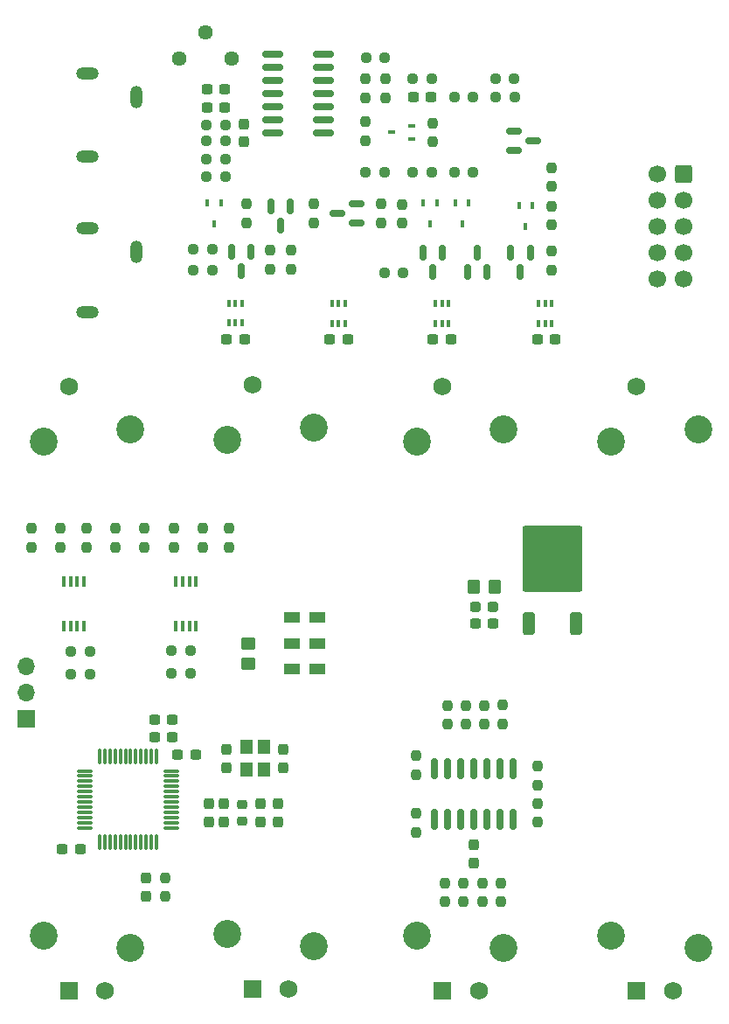
<source format=gbr>
%TF.GenerationSoftware,KiCad,Pcbnew,7.0.9*%
%TF.CreationDate,2024-06-29T17:01:07+12:00*%
%TF.ProjectId,ADSR Envelope,41445352-2045-46e7-9665-6c6f70652e6b,rev?*%
%TF.SameCoordinates,Original*%
%TF.FileFunction,Soldermask,Bot*%
%TF.FilePolarity,Negative*%
%FSLAX46Y46*%
G04 Gerber Fmt 4.6, Leading zero omitted, Abs format (unit mm)*
G04 Created by KiCad (PCBNEW 7.0.9) date 2024-06-29 17:01:07*
%MOMM*%
%LPD*%
G01*
G04 APERTURE LIST*
G04 Aperture macros list*
%AMRoundRect*
0 Rectangle with rounded corners*
0 $1 Rounding radius*
0 $2 $3 $4 $5 $6 $7 $8 $9 X,Y pos of 4 corners*
0 Add a 4 corners polygon primitive as box body*
4,1,4,$2,$3,$4,$5,$6,$7,$8,$9,$2,$3,0*
0 Add four circle primitives for the rounded corners*
1,1,$1+$1,$2,$3*
1,1,$1+$1,$4,$5*
1,1,$1+$1,$6,$7*
1,1,$1+$1,$8,$9*
0 Add four rect primitives between the rounded corners*
20,1,$1+$1,$2,$3,$4,$5,0*
20,1,$1+$1,$4,$5,$6,$7,0*
20,1,$1+$1,$6,$7,$8,$9,0*
20,1,$1+$1,$8,$9,$2,$3,0*%
G04 Aperture macros list end*
%ADD10R,1.600000X1.000000*%
%ADD11R,1.700000X1.700000*%
%ADD12O,1.700000X1.700000*%
%ADD13R,1.750000X1.750000*%
%ADD14C,1.750000*%
%ADD15C,2.700000*%
%ADD16O,2.200000X1.200000*%
%ADD17O,1.200000X2.200000*%
%ADD18RoundRect,0.237500X0.237500X-0.250000X0.237500X0.250000X-0.237500X0.250000X-0.237500X-0.250000X0*%
%ADD19RoundRect,0.237500X0.250000X0.237500X-0.250000X0.237500X-0.250000X-0.237500X0.250000X-0.237500X0*%
%ADD20R,0.450000X0.700000*%
%ADD21RoundRect,0.237500X0.237500X-0.300000X0.237500X0.300000X-0.237500X0.300000X-0.237500X-0.300000X0*%
%ADD22R,0.400000X0.650000*%
%ADD23RoundRect,0.150000X0.587500X0.150000X-0.587500X0.150000X-0.587500X-0.150000X0.587500X-0.150000X0*%
%ADD24RoundRect,0.237500X-0.300000X-0.237500X0.300000X-0.237500X0.300000X0.237500X-0.300000X0.237500X0*%
%ADD25RoundRect,0.150000X0.150000X-0.587500X0.150000X0.587500X-0.150000X0.587500X-0.150000X-0.587500X0*%
%ADD26RoundRect,0.237500X-0.237500X0.250000X-0.237500X-0.250000X0.237500X-0.250000X0.237500X0.250000X0*%
%ADD27RoundRect,0.237500X-0.237500X0.300000X-0.237500X-0.300000X0.237500X-0.300000X0.237500X0.300000X0*%
%ADD28RoundRect,0.250000X0.350000X0.450000X-0.350000X0.450000X-0.350000X-0.450000X0.350000X-0.450000X0*%
%ADD29R,0.700000X0.450000*%
%ADD30R,0.400000X1.100000*%
%ADD31RoundRect,0.250000X-0.450000X0.350000X-0.450000X-0.350000X0.450000X-0.350000X0.450000X0.350000X0*%
%ADD32RoundRect,0.237500X-0.287500X-0.237500X0.287500X-0.237500X0.287500X0.237500X-0.287500X0.237500X0*%
%ADD33RoundRect,0.250000X0.600000X0.600000X-0.600000X0.600000X-0.600000X-0.600000X0.600000X-0.600000X0*%
%ADD34C,1.700000*%
%ADD35RoundRect,0.075000X0.662500X0.075000X-0.662500X0.075000X-0.662500X-0.075000X0.662500X-0.075000X0*%
%ADD36RoundRect,0.075000X0.075000X0.662500X-0.075000X0.662500X-0.075000X-0.662500X0.075000X-0.662500X0*%
%ADD37R,1.200000X1.400000*%
%ADD38RoundRect,0.150000X-0.150000X0.587500X-0.150000X-0.587500X0.150000X-0.587500X0.150000X0.587500X0*%
%ADD39RoundRect,0.237500X-0.250000X-0.237500X0.250000X-0.237500X0.250000X0.237500X-0.250000X0.237500X0*%
%ADD40RoundRect,0.218750X0.256250X-0.218750X0.256250X0.218750X-0.256250X0.218750X-0.256250X-0.218750X0*%
%ADD41RoundRect,0.237500X0.300000X0.237500X-0.300000X0.237500X-0.300000X-0.237500X0.300000X-0.237500X0*%
%ADD42C,1.440000*%
%ADD43RoundRect,0.150000X-0.587500X-0.150000X0.587500X-0.150000X0.587500X0.150000X-0.587500X0.150000X0*%
%ADD44RoundRect,0.150000X0.825000X0.150000X-0.825000X0.150000X-0.825000X-0.150000X0.825000X-0.150000X0*%
%ADD45RoundRect,0.250000X0.350000X-0.850000X0.350000X0.850000X-0.350000X0.850000X-0.350000X-0.850000X0*%
%ADD46RoundRect,0.249997X2.650003X-2.950003X2.650003X2.950003X-2.650003X2.950003X-2.650003X-2.950003X0*%
%ADD47RoundRect,0.150000X-0.150000X0.825000X-0.150000X-0.825000X0.150000X-0.825000X0.150000X0.825000X0*%
%ADD48RoundRect,0.237500X0.237500X-0.287500X0.237500X0.287500X-0.237500X0.287500X-0.237500X-0.287500X0*%
G04 APERTURE END LIST*
D10*
%TO.C,SW2*%
X136900000Y-104900000D03*
X136900000Y-107400000D03*
X136900000Y-109900000D03*
X139300000Y-104900000D03*
X139300000Y-107400000D03*
X139300000Y-109900000D03*
%TD*%
D11*
%TO.C,J4*%
X111125000Y-114725000D03*
D12*
X111125000Y-112185000D03*
X111125000Y-109645000D03*
%TD*%
D13*
%TO.C,RV9*%
X170250000Y-141020000D03*
D14*
X173750000Y-141020000D03*
X170250000Y-82520000D03*
D15*
X176200000Y-136870000D03*
X167800000Y-135670000D03*
X167800000Y-87870000D03*
X176200000Y-86670000D03*
%TD*%
D16*
%TO.C,J2*%
X117100000Y-67200000D03*
X117100000Y-75300000D03*
D17*
X121800000Y-69500000D03*
%TD*%
D13*
%TO.C,RV6*%
X115250000Y-141020000D03*
D14*
X118750000Y-141020000D03*
X115250000Y-82520000D03*
D15*
X121200000Y-136870000D03*
X112800000Y-135670000D03*
X112800000Y-87870000D03*
X121200000Y-86670000D03*
%TD*%
D13*
%TO.C,RV7*%
X133050000Y-140890000D03*
D14*
X136550000Y-140890000D03*
X133050000Y-82390000D03*
D15*
X139000000Y-136740000D03*
X130600000Y-135540000D03*
X130600000Y-87740000D03*
X139000000Y-86540000D03*
%TD*%
D16*
%TO.C,J1*%
X117100000Y-52200000D03*
X117100000Y-60300000D03*
D17*
X121800000Y-54500000D03*
%TD*%
D13*
%TO.C,RV8*%
X151450000Y-141020000D03*
D14*
X154950000Y-141020000D03*
X151450000Y-82520000D03*
D15*
X157400000Y-136870000D03*
X149000000Y-135670000D03*
X149000000Y-87870000D03*
X157400000Y-86670000D03*
%TD*%
D18*
%TO.C,R34*%
X153700000Y-115225000D03*
X153700000Y-113400000D03*
%TD*%
D19*
%TO.C,R14*%
X129162500Y-69250000D03*
X127337500Y-69250000D03*
%TD*%
D20*
%TO.C,D2*%
X128700000Y-64750000D03*
X130000000Y-64750000D03*
X129350000Y-66750000D03*
%TD*%
D18*
%TO.C,R49*%
X111600000Y-98112500D03*
X111600000Y-96287500D03*
%TD*%
D20*
%TO.C,D4*%
X152700000Y-64750000D03*
X154000000Y-64750000D03*
X153350000Y-66750000D03*
%TD*%
D18*
%TO.C,R48*%
X114400000Y-98112500D03*
X114400000Y-96287500D03*
%TD*%
D21*
%TO.C,C14*%
X135550000Y-124662500D03*
X135550000Y-122937500D03*
%TD*%
D19*
%TO.C,R45*%
X117312500Y-108200000D03*
X115487500Y-108200000D03*
%TD*%
%TO.C,R28*%
X130412500Y-62250000D03*
X128587500Y-62250000D03*
%TD*%
D22*
%TO.C,U6*%
X132050000Y-76350000D03*
X131400000Y-76350000D03*
X130750000Y-76350000D03*
X130750000Y-74450000D03*
X131400000Y-74450000D03*
X132050000Y-74450000D03*
%TD*%
D18*
%TO.C,R6*%
X150500000Y-58832500D03*
X150500000Y-57007500D03*
%TD*%
D23*
%TO.C,Q4*%
X143125000Y-64800000D03*
X143125000Y-66700000D03*
X141250000Y-65750000D03*
%TD*%
D18*
%TO.C,R54*%
X125400000Y-98112500D03*
X125400000Y-96287500D03*
%TD*%
D24*
%TO.C,C12*%
X160637500Y-78000000D03*
X162362500Y-78000000D03*
%TD*%
D25*
%TO.C,Q7*%
X155750000Y-71437500D03*
X153850000Y-71437500D03*
X154800000Y-69562500D03*
%TD*%
D24*
%TO.C,C19*%
X140537500Y-78000000D03*
X142262500Y-78000000D03*
%TD*%
D26*
%TO.C,R33*%
X160700000Y-119287500D03*
X160700000Y-121112500D03*
%TD*%
D21*
%TO.C,C9*%
X130300000Y-124662500D03*
X130300000Y-122937500D03*
%TD*%
D22*
%TO.C,U7*%
X142050000Y-76400000D03*
X141400000Y-76400000D03*
X140750000Y-76400000D03*
X140750000Y-74500000D03*
X141400000Y-74500000D03*
X142050000Y-74500000D03*
%TD*%
D26*
%TO.C,R21*%
X136750000Y-69337500D03*
X136750000Y-71162500D03*
%TD*%
D19*
%TO.C,R25*%
X130412500Y-58750000D03*
X128587500Y-58750000D03*
%TD*%
D18*
%TO.C,R43*%
X124600000Y-131912500D03*
X124600000Y-130087500D03*
%TD*%
D26*
%TO.C,R19*%
X134750000Y-69337500D03*
X134750000Y-71162500D03*
%TD*%
D19*
%TO.C,R8*%
X154412500Y-54500000D03*
X152587500Y-54500000D03*
%TD*%
D27*
%TO.C,C15*%
X136050000Y-117687500D03*
X136050000Y-119412500D03*
%TD*%
D21*
%TO.C,C16*%
X130550000Y-119412500D03*
X130550000Y-117687500D03*
%TD*%
%TO.C,C10*%
X128800000Y-124662500D03*
X128800000Y-122937500D03*
%TD*%
D18*
%TO.C,R51*%
X117000000Y-98112500D03*
X117000000Y-96287500D03*
%TD*%
D28*
%TO.C,R29*%
X154500000Y-101900000D03*
X156500000Y-101900000D03*
%TD*%
D26*
%TO.C,R20*%
X139000000Y-64837500D03*
X139000000Y-66662500D03*
%TD*%
D29*
%TO.C,D1*%
X148500000Y-57270000D03*
X148500000Y-58570000D03*
X146500000Y-57920000D03*
%TD*%
D24*
%TO.C,C18*%
X130537500Y-78000000D03*
X132262500Y-78000000D03*
%TD*%
D30*
%TO.C,U9*%
X116725000Y-105750000D03*
X116075000Y-105750000D03*
X115425000Y-105750000D03*
X114775000Y-105750000D03*
X114775000Y-101450000D03*
X115425000Y-101450000D03*
X116075000Y-101450000D03*
X116725000Y-101450000D03*
%TD*%
D18*
%TO.C,R50*%
X119800000Y-98112500D03*
X119800000Y-96287500D03*
%TD*%
D19*
%TO.C,R47*%
X127012500Y-108100000D03*
X125187500Y-108100000D03*
%TD*%
D18*
%TO.C,R23*%
X162000000Y-66912500D03*
X162000000Y-65087500D03*
%TD*%
D30*
%TO.C,U10*%
X127575000Y-105750000D03*
X126925000Y-105750000D03*
X126275000Y-105750000D03*
X125625000Y-105750000D03*
X125625000Y-101450000D03*
X126275000Y-101450000D03*
X126925000Y-101450000D03*
X127575000Y-101450000D03*
%TD*%
D21*
%TO.C,C17*%
X154500000Y-128662500D03*
X154500000Y-126937500D03*
%TD*%
D31*
%TO.C,R30*%
X132600000Y-107400000D03*
X132600000Y-109400000D03*
%TD*%
D18*
%TO.C,R39*%
X148900000Y-125712500D03*
X148900000Y-123887500D03*
%TD*%
D32*
%TO.C,D6*%
X156375000Y-103900000D03*
X154625000Y-103900000D03*
%TD*%
D18*
%TO.C,R32*%
X157300000Y-115200000D03*
X157300000Y-113375000D03*
%TD*%
D26*
%TO.C,R38*%
X151700000Y-130600000D03*
X151700000Y-132425000D03*
%TD*%
D24*
%TO.C,C2*%
X128637500Y-55500000D03*
X130362500Y-55500000D03*
%TD*%
D19*
%TO.C,R12*%
X150412500Y-61750000D03*
X148587500Y-61750000D03*
%TD*%
D33*
%TO.C,J3*%
X174790000Y-61920000D03*
D34*
X172250000Y-61920000D03*
X174790000Y-64460000D03*
X172250000Y-64460000D03*
X174790000Y-67000000D03*
X172250000Y-67000000D03*
X174790000Y-69540000D03*
X172250000Y-69540000D03*
X174790000Y-72080000D03*
X172250000Y-72080000D03*
%TD*%
D35*
%TO.C,U2*%
X125162500Y-119750000D03*
X125162500Y-120250000D03*
X125162500Y-120750000D03*
X125162500Y-121250000D03*
X125162500Y-121750000D03*
X125162500Y-122250000D03*
X125162500Y-122750000D03*
X125162500Y-123250000D03*
X125162500Y-123750000D03*
X125162500Y-124250000D03*
X125162500Y-124750000D03*
X125162500Y-125250000D03*
D36*
X123750000Y-126662500D03*
X123250000Y-126662500D03*
X122750000Y-126662500D03*
X122250000Y-126662500D03*
X121750000Y-126662500D03*
X121250000Y-126662500D03*
X120750000Y-126662500D03*
X120250000Y-126662500D03*
X119750000Y-126662500D03*
X119250000Y-126662500D03*
X118750000Y-126662500D03*
X118250000Y-126662500D03*
D35*
X116837500Y-125250000D03*
X116837500Y-124750000D03*
X116837500Y-124250000D03*
X116837500Y-123750000D03*
X116837500Y-123250000D03*
X116837500Y-122750000D03*
X116837500Y-122250000D03*
X116837500Y-121750000D03*
X116837500Y-121250000D03*
X116837500Y-120750000D03*
X116837500Y-120250000D03*
X116837500Y-119750000D03*
D36*
X118250000Y-118337500D03*
X118750000Y-118337500D03*
X119250000Y-118337500D03*
X119750000Y-118337500D03*
X120250000Y-118337500D03*
X120750000Y-118337500D03*
X121250000Y-118337500D03*
X121750000Y-118337500D03*
X122250000Y-118337500D03*
X122750000Y-118337500D03*
X123250000Y-118337500D03*
X123750000Y-118337500D03*
%TD*%
D21*
%TO.C,C3*%
X132250000Y-58862500D03*
X132250000Y-57137500D03*
%TD*%
D26*
%TO.C,R40*%
X155300000Y-130600000D03*
X155300000Y-132425000D03*
%TD*%
%TO.C,R36*%
X148900000Y-118287500D03*
X148900000Y-120112500D03*
%TD*%
D18*
%TO.C,R52*%
X130800000Y-98112500D03*
X130800000Y-96287500D03*
%TD*%
D26*
%TO.C,R2*%
X143950000Y-52757500D03*
X143950000Y-54582500D03*
%TD*%
D19*
%TO.C,R46*%
X127012500Y-110300000D03*
X125187500Y-110300000D03*
%TD*%
D37*
%TO.C,Y1*%
X134150000Y-117450000D03*
X134150000Y-119650000D03*
X132450000Y-119650000D03*
X132450000Y-117450000D03*
%TD*%
D18*
%TO.C,R55*%
X122600000Y-98112500D03*
X122600000Y-96287500D03*
%TD*%
D22*
%TO.C,U5*%
X162050000Y-76400000D03*
X161400000Y-76400000D03*
X160750000Y-76400000D03*
X160750000Y-74500000D03*
X161400000Y-74500000D03*
X162050000Y-74500000D03*
%TD*%
D38*
%TO.C,Q1*%
X158050000Y-69562500D03*
X159950000Y-69562500D03*
X159000000Y-71437500D03*
%TD*%
D39*
%TO.C,R22*%
X145837500Y-71500000D03*
X147662500Y-71500000D03*
%TD*%
D22*
%TO.C,U8*%
X152050000Y-76400000D03*
X151400000Y-76400000D03*
X150750000Y-76400000D03*
X150750000Y-74500000D03*
X151400000Y-74500000D03*
X152050000Y-74500000D03*
%TD*%
D40*
%TO.C,FB1*%
X132050000Y-124587500D03*
X132050000Y-123012500D03*
%TD*%
D41*
%TO.C,C7*%
X125262500Y-116500000D03*
X123537500Y-116500000D03*
%TD*%
D18*
%TO.C,R9*%
X143975000Y-58725000D03*
X143975000Y-56900000D03*
%TD*%
D26*
%TO.C,R17*%
X145500000Y-64875000D03*
X145500000Y-66700000D03*
%TD*%
D24*
%TO.C,C6*%
X125800000Y-118200000D03*
X127525000Y-118200000D03*
%TD*%
D18*
%TO.C,R42*%
X160700000Y-124712500D03*
X160700000Y-122887500D03*
%TD*%
D19*
%TO.C,R44*%
X117312500Y-110400000D03*
X115487500Y-110400000D03*
%TD*%
D20*
%TO.C,D5*%
X158850000Y-65000000D03*
X160150000Y-65000000D03*
X159500000Y-67000000D03*
%TD*%
D24*
%TO.C,C4*%
X128637500Y-53750000D03*
X130362500Y-53750000D03*
%TD*%
D41*
%TO.C,C8*%
X116362500Y-127300000D03*
X114637500Y-127300000D03*
%TD*%
%TO.C,C13*%
X154637500Y-105500000D03*
X156362500Y-105500000D03*
%TD*%
D42*
%TO.C,RV5*%
X131000000Y-50750000D03*
X128460000Y-48210000D03*
X125920000Y-50750000D03*
%TD*%
D43*
%TO.C,Q2*%
X158375000Y-59700000D03*
X158375000Y-57800000D03*
X160250000Y-58750000D03*
%TD*%
D24*
%TO.C,C20*%
X150537500Y-78000000D03*
X152262500Y-78000000D03*
%TD*%
D20*
%TO.C,D3*%
X149600000Y-64750000D03*
X150900000Y-64750000D03*
X150250000Y-66750000D03*
%TD*%
D44*
%TO.C,U1*%
X139950000Y-50400000D03*
X139950000Y-51670000D03*
X139950000Y-52940000D03*
X139950000Y-54210000D03*
X139950000Y-55480000D03*
X139950000Y-56750000D03*
X139950000Y-58020000D03*
X135000000Y-58020000D03*
X135000000Y-56750000D03*
X135000000Y-55480000D03*
X135000000Y-54210000D03*
X135000000Y-52940000D03*
X135000000Y-51670000D03*
X135000000Y-50400000D03*
%TD*%
D19*
%TO.C,R26*%
X130412500Y-57250000D03*
X128587500Y-57250000D03*
%TD*%
D26*
%TO.C,R24*%
X162000000Y-61337500D03*
X162000000Y-63162500D03*
%TD*%
%TO.C,R41*%
X157100000Y-130600000D03*
X157100000Y-132425000D03*
%TD*%
D19*
%TO.C,R13*%
X145812500Y-61750000D03*
X143987500Y-61750000D03*
%TD*%
%TO.C,R27*%
X130412500Y-60500000D03*
X128587500Y-60500000D03*
%TD*%
D38*
%TO.C,Q3*%
X131000000Y-69500000D03*
X132900000Y-69500000D03*
X131950000Y-71375000D03*
%TD*%
D18*
%TO.C,R31*%
X155500000Y-115225000D03*
X155500000Y-113400000D03*
%TD*%
D19*
%TO.C,R11*%
X154412500Y-61750000D03*
X152587500Y-61750000D03*
%TD*%
D38*
%TO.C,Q6*%
X149550000Y-69562500D03*
X151450000Y-69562500D03*
X150500000Y-71437500D03*
%TD*%
D39*
%TO.C,R1*%
X144037500Y-50670000D03*
X145862500Y-50670000D03*
%TD*%
D45*
%TO.C,U11*%
X159820000Y-105500000D03*
D46*
X162100000Y-99200000D03*
D45*
X164380000Y-105500000D03*
%TD*%
D47*
%TO.C,U4*%
X150690000Y-119525000D03*
X151960000Y-119525000D03*
X153230000Y-119525000D03*
X154500000Y-119525000D03*
X155770000Y-119525000D03*
X157040000Y-119525000D03*
X158310000Y-119525000D03*
X158310000Y-124475000D03*
X157040000Y-124475000D03*
X155770000Y-124475000D03*
X154500000Y-124475000D03*
X153230000Y-124475000D03*
X151960000Y-124475000D03*
X150690000Y-124475000D03*
%TD*%
D18*
%TO.C,R35*%
X151900000Y-115225000D03*
X151900000Y-113400000D03*
%TD*%
D38*
%TO.C,Q5*%
X134800000Y-65062500D03*
X136700000Y-65062500D03*
X135750000Y-66937500D03*
%TD*%
D41*
%TO.C,C5*%
X125275000Y-114800000D03*
X123550000Y-114800000D03*
%TD*%
D39*
%TO.C,R5*%
X148587500Y-52750000D03*
X150412500Y-52750000D03*
%TD*%
D18*
%TO.C,R53*%
X128200000Y-98112500D03*
X128200000Y-96287500D03*
%TD*%
D26*
%TO.C,R7*%
X162000000Y-69425000D03*
X162000000Y-71250000D03*
%TD*%
D27*
%TO.C,C11*%
X133800000Y-122937500D03*
X133800000Y-124662500D03*
%TD*%
D26*
%TO.C,R37*%
X153500000Y-130587500D03*
X153500000Y-132412500D03*
%TD*%
%TO.C,R15*%
X147500000Y-64887500D03*
X147500000Y-66712500D03*
%TD*%
%TO.C,R18*%
X132500000Y-64837500D03*
X132500000Y-66662500D03*
%TD*%
D39*
%TO.C,R10*%
X156600000Y-54500000D03*
X158425000Y-54500000D03*
%TD*%
%TO.C,R4*%
X156587500Y-52750000D03*
X158412500Y-52750000D03*
%TD*%
D18*
%TO.C,R3*%
X145950000Y-54582500D03*
X145950000Y-52757500D03*
%TD*%
D19*
%TO.C,R16*%
X129162500Y-71250000D03*
X127337500Y-71250000D03*
%TD*%
D48*
%TO.C,D7*%
X122700000Y-131875000D03*
X122700000Y-130125000D03*
%TD*%
D24*
%TO.C,C1*%
X148637500Y-54500000D03*
X150362500Y-54500000D03*
%TD*%
M02*

</source>
